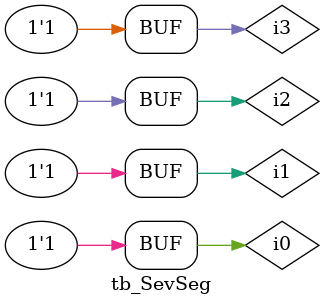
<source format=v>
`timescale 1ns / 1ps

module tb_SevSeg;

 
    reg i3;
    reg i2;
    reg i1;
    reg i0;
  

    wire a,b,c,d,e,f,g, an0, an1, an2, an3, dp;
    
   
    SevSeg uut(
        .i3(i3),
        .i2(i2),
        .i1(i1),
        .i0(i0),
        .a(a),
        .b(b),
        .c(c),
        .d(d),
        .e(e),
        .f(f),
        .g(g),
        .an0 (an0),
        .an1 (an1),
        .an2 (an2),
        .an3 (an3),
        .dp (dp)
    );
    
    initial begin
        

        i3 = 0;
        i2 = 0;
        i1 = 0;
        i0 = 0;
        
        #50

        i3 = 0;
        i2 = 0;
        i1 = 0;
        i0 = 0;
        
                
        i3 = 0;
        i2 = 0;
        i1 = 0;
        i0 = 1;
        #50
        
        i3 = 0;
        i2 = 0;
        i1 = 1;
        i0 = 0;
        #50
        
        i3 = 0;
        i2 = 0;
        i1 = 1;
        i0 = 1;
        #50
        
        i3 = 0;
        i2 = 1;
        i1 = 0;
        i0 = 0;
        #50
        
        i3 = 0;
        i2 = 1;
        i1 = 0;
        i0 = 1;
        #50
        
        i3 = 0;
        i2 = 1;
        i1 = 1;
        i0 = 0;
        #50
        
        i3 = 0;
        i2 = 1;
        i1 = 1;
        i0 = 1;
        #50
        
        i3 = 1;
        i2 = 0;
        i1 = 0;
        i0 = 0;
        #50
        
        i3 = 1;
        i2 = 0;
        i1 = 0;
        i0 = 1;
        #50
        
        i3 = 1;
        i2 = 0;
        i1 = 1;
        i0 = 0;
        #50
        
        i3 = 1;
        i2 = 0;
        i1 = 1;
        i0 = 1;
        #50
        
        i3 = 1;
        i2 = 1;
        i1 = 0;
        i0 = 0;
        #50
        
        i3 = 1;
        i2 = 1;
        i1 = 0;
        i0 = 1;
        #50
        
        i3 = 1;
        i2 = 1;
        i1 = 1;
        i0 = 0;
        #50
        
        i3 = 1;
        i2= 1;
        i1 = 1;
        i0 = 1;
        #50;
        
        end
       
endmodule
</source>
